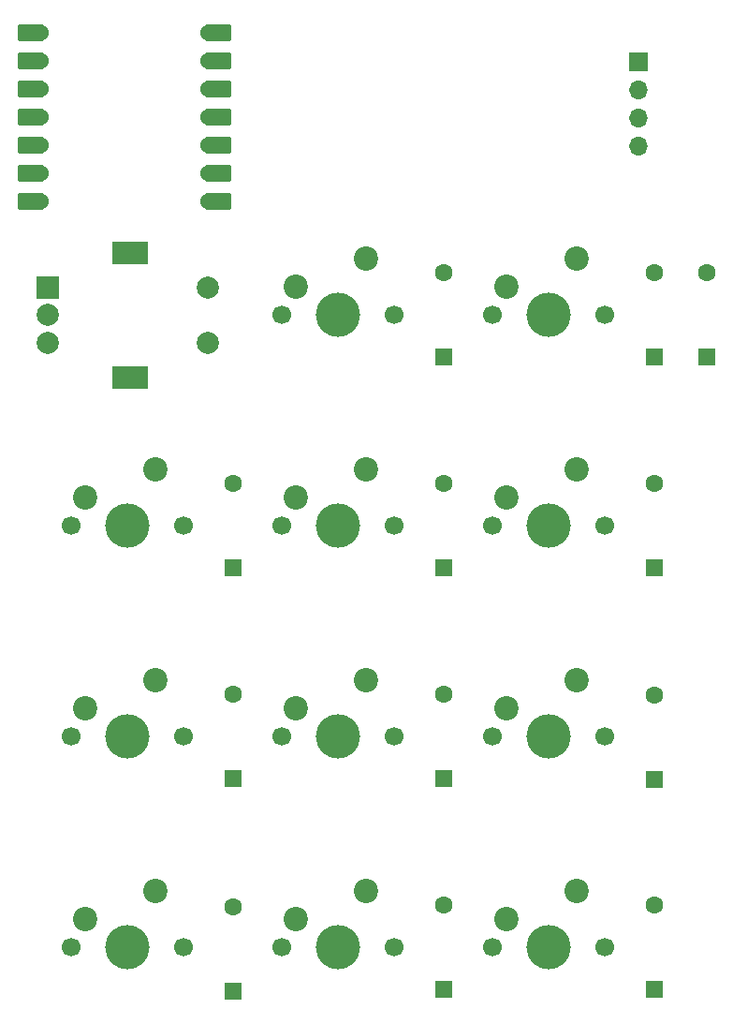
<source format=gbr>
%TF.GenerationSoftware,KiCad,Pcbnew,9.0.2*%
%TF.CreationDate,2025-06-30T11:38:54+08:00*%
%TF.ProjectId,flamepad,666c616d-6570-4616-942e-6b696361645f,rev?*%
%TF.SameCoordinates,Original*%
%TF.FileFunction,Soldermask,Top*%
%TF.FilePolarity,Negative*%
%FSLAX46Y46*%
G04 Gerber Fmt 4.6, Leading zero omitted, Abs format (unit mm)*
G04 Created by KiCad (PCBNEW 9.0.2) date 2025-06-30 11:38:54*
%MOMM*%
%LPD*%
G01*
G04 APERTURE LIST*
G04 Aperture macros list*
%AMRoundRect*
0 Rectangle with rounded corners*
0 $1 Rounding radius*
0 $2 $3 $4 $5 $6 $7 $8 $9 X,Y pos of 4 corners*
0 Add a 4 corners polygon primitive as box body*
4,1,4,$2,$3,$4,$5,$6,$7,$8,$9,$2,$3,0*
0 Add four circle primitives for the rounded corners*
1,1,$1+$1,$2,$3*
1,1,$1+$1,$4,$5*
1,1,$1+$1,$6,$7*
1,1,$1+$1,$8,$9*
0 Add four rect primitives between the rounded corners*
20,1,$1+$1,$2,$3,$4,$5,0*
20,1,$1+$1,$4,$5,$6,$7,0*
20,1,$1+$1,$6,$7,$8,$9,0*
20,1,$1+$1,$8,$9,$2,$3,0*%
G04 Aperture macros list end*
%ADD10R,2.000000X2.000000*%
%ADD11C,2.000000*%
%ADD12R,3.200000X2.000000*%
%ADD13C,1.700000*%
%ADD14C,4.000000*%
%ADD15C,2.200000*%
%ADD16R,1.700000X1.700000*%
%ADD17O,1.700000X1.700000*%
%ADD18RoundRect,0.152400X1.063600X0.609600X-1.063600X0.609600X-1.063600X-0.609600X1.063600X-0.609600X0*%
%ADD19C,1.524000*%
%ADD20RoundRect,0.152400X-1.063600X-0.609600X1.063600X-0.609600X1.063600X0.609600X-1.063600X0.609600X0*%
%ADD21RoundRect,0.250000X0.550000X-0.550000X0.550000X0.550000X-0.550000X0.550000X-0.550000X-0.550000X0*%
%ADD22C,1.600000*%
G04 APERTURE END LIST*
D10*
%TO.C,SW1*%
X109050000Y-79000000D03*
D11*
X109050000Y-84000000D03*
X109050000Y-81500000D03*
D12*
X116550000Y-75900000D03*
X116550000Y-87100000D03*
D11*
X123550000Y-84000000D03*
X123550000Y-79000000D03*
%TD*%
D13*
%TO.C,SW10*%
X111220000Y-138650000D03*
D14*
X116300000Y-138650000D03*
D13*
X121380000Y-138650000D03*
D15*
X118840000Y-133570000D03*
X112490000Y-136110000D03*
%TD*%
D13*
%TO.C,SW12*%
X149320000Y-138650000D03*
D14*
X154400000Y-138650000D03*
D13*
X159480000Y-138650000D03*
D15*
X156940000Y-133570000D03*
X150590000Y-136110000D03*
%TD*%
D16*
%TO.C,J1*%
X162500000Y-58620000D03*
D17*
X162500000Y-61160000D03*
X162500000Y-63700000D03*
X162500000Y-66240000D03*
%TD*%
D13*
%TO.C,SW5*%
X130270000Y-100550000D03*
D14*
X135350000Y-100550000D03*
D13*
X140430000Y-100550000D03*
D15*
X137890000Y-95470000D03*
X131540000Y-98010000D03*
%TD*%
D13*
%TO.C,SW3*%
X149320000Y-81500000D03*
D14*
X154400000Y-81500000D03*
D13*
X159480000Y-81500000D03*
D15*
X156940000Y-76420000D03*
X150590000Y-78960000D03*
%TD*%
D13*
%TO.C,SW7*%
X111220000Y-119600000D03*
D14*
X116300000Y-119600000D03*
D13*
X121380000Y-119600000D03*
D15*
X118840000Y-114520000D03*
X112490000Y-117060000D03*
%TD*%
D13*
%TO.C,SW11*%
X130270000Y-138650000D03*
D14*
X135350000Y-138650000D03*
D13*
X140430000Y-138650000D03*
D15*
X137890000Y-133570000D03*
X131540000Y-136110000D03*
%TD*%
D13*
%TO.C,SW2*%
X130270000Y-81500000D03*
D14*
X135350000Y-81500000D03*
D13*
X140430000Y-81500000D03*
D15*
X137890000Y-76420000D03*
X131540000Y-78960000D03*
%TD*%
D13*
%TO.C,SW9*%
X149320000Y-119600000D03*
D14*
X154400000Y-119600000D03*
D13*
X159480000Y-119600000D03*
D15*
X156940000Y-114520000D03*
X150590000Y-117060000D03*
%TD*%
D13*
%TO.C,SW4*%
X111220000Y-100550000D03*
D14*
X116300000Y-100550000D03*
D13*
X121380000Y-100550000D03*
D15*
X118840000Y-95470000D03*
X112490000Y-98010000D03*
%TD*%
D18*
%TO.C,U1*%
X107545000Y-55980000D03*
D19*
X108380000Y-55980000D03*
D18*
X107545000Y-58520000D03*
D19*
X108380000Y-58520000D03*
D18*
X107545000Y-61060000D03*
D19*
X108380000Y-61060000D03*
D18*
X107545000Y-63600000D03*
D19*
X108380000Y-63600000D03*
D18*
X107545000Y-66140000D03*
D19*
X108380000Y-66140000D03*
D18*
X107545000Y-68680000D03*
D19*
X108380000Y-68680000D03*
D18*
X107545000Y-71220000D03*
D19*
X108380000Y-71220000D03*
X123620000Y-71220000D03*
D20*
X124455000Y-71220000D03*
D19*
X123620000Y-68680000D03*
D20*
X124455000Y-68680000D03*
D19*
X123620000Y-66140000D03*
D20*
X124455000Y-66140000D03*
D19*
X123620000Y-63600000D03*
D20*
X124455000Y-63600000D03*
D19*
X123620000Y-61060000D03*
D20*
X124455000Y-61060000D03*
D19*
X123620000Y-58520000D03*
D20*
X124455000Y-58520000D03*
D19*
X123620000Y-55980000D03*
D20*
X124455000Y-55980000D03*
%TD*%
D13*
%TO.C,SW6*%
X149320000Y-100550000D03*
D14*
X154400000Y-100550000D03*
D13*
X159480000Y-100550000D03*
D15*
X156940000Y-95470000D03*
X150590000Y-98010000D03*
%TD*%
D13*
%TO.C,SW8*%
X130270000Y-119600000D03*
D14*
X135350000Y-119600000D03*
D13*
X140430000Y-119600000D03*
D15*
X137890000Y-114520000D03*
X131540000Y-117060000D03*
%TD*%
D21*
%TO.C,D1*%
X168687500Y-85310000D03*
D22*
X168687500Y-77690000D03*
%TD*%
D21*
%TO.C,D6*%
X163925000Y-104360000D03*
D22*
X163925000Y-96740000D03*
%TD*%
D21*
%TO.C,D11*%
X144875000Y-142460000D03*
D22*
X144875000Y-134840000D03*
%TD*%
D21*
%TO.C,D4*%
X125825000Y-104360000D03*
D22*
X125825000Y-96740000D03*
%TD*%
D21*
%TO.C,D12*%
X163925000Y-142460000D03*
D22*
X163925000Y-134840000D03*
%TD*%
D21*
%TO.C,D5*%
X144875000Y-104360000D03*
D22*
X144875000Y-96740000D03*
%TD*%
D21*
%TO.C,D3*%
X163925000Y-85310000D03*
D22*
X163925000Y-77690000D03*
%TD*%
D21*
%TO.C,D2*%
X144875000Y-85310000D03*
D22*
X144875000Y-77690000D03*
%TD*%
D21*
%TO.C,D10*%
X125825000Y-142547500D03*
D22*
X125825000Y-134927500D03*
%TD*%
D21*
%TO.C,D9*%
X163925000Y-123447500D03*
D22*
X163925000Y-115827500D03*
%TD*%
D21*
%TO.C,D7*%
X125825000Y-123410000D03*
D22*
X125825000Y-115790000D03*
%TD*%
D21*
%TO.C,D8*%
X144875000Y-123410000D03*
D22*
X144875000Y-115790000D03*
%TD*%
M02*

</source>
